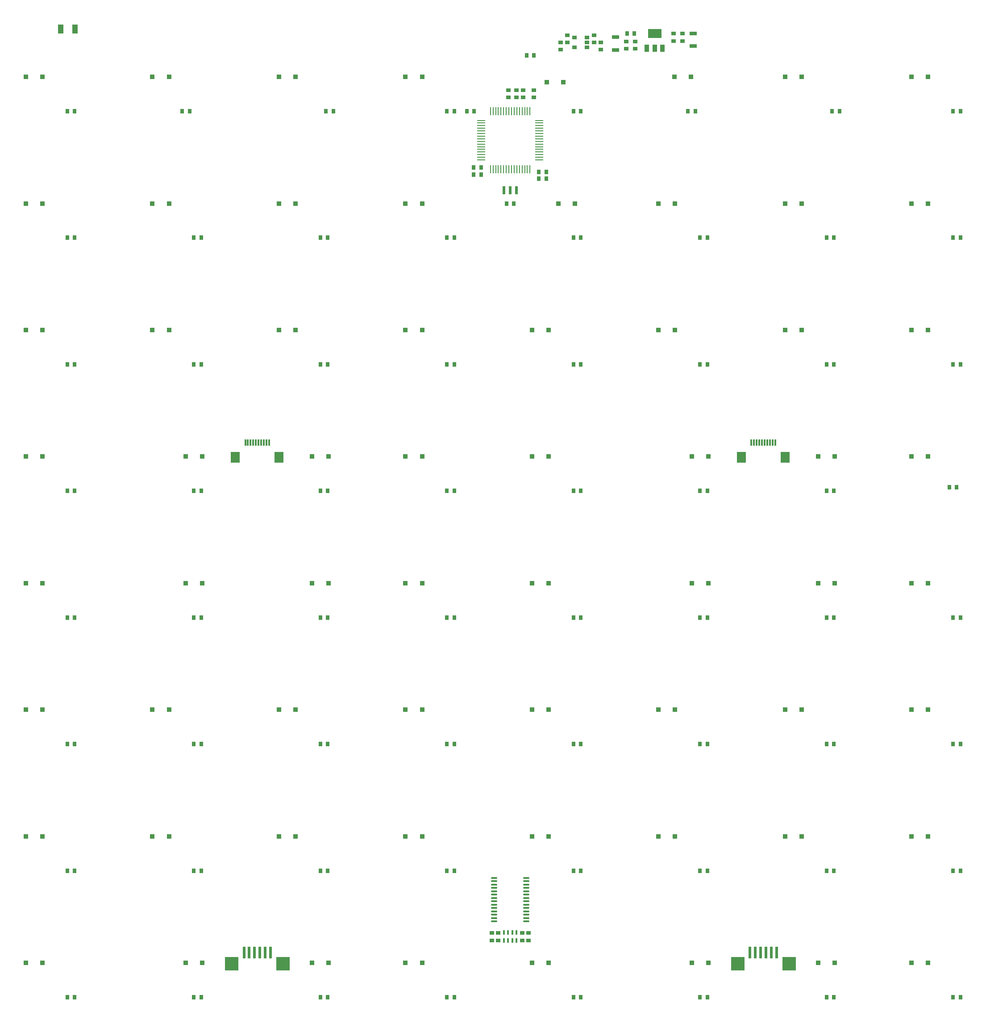
<source format=gbp>
G04*
G04 #@! TF.GenerationSoftware,Altium Limited,Altium Designer,18.1.5 (160)*
G04*
G04 Layer_Color=128*
%FSLAX25Y25*%
%MOIN*%
G70*
G01*
G75*
%ADD48R,0.03150X0.03543*%
%ADD49R,0.02362X0.06299*%
%ADD50R,0.03543X0.02559*%
%ADD51R,0.03543X0.03150*%
%ADD52R,0.10236X0.07087*%
%ADD53R,0.03543X0.05512*%
%ADD54R,0.07087X0.07874*%
%ADD55R,0.01181X0.04921*%
%ADD56O,0.05000X0.01299*%
%ADD57R,0.01772X0.03543*%
%ADD58R,0.04331X0.06693*%
%ADD59R,0.10236X0.10236*%
%ADD60R,0.02362X0.08661*%
%ADD61R,0.03543X0.03740*%
%ADD62R,0.05315X0.02559*%
%ADD63O,0.00984X0.06102*%
%ADD64O,0.06102X0.00984*%
D48*
X469685Y708661D02*
D03*
X475197D02*
D03*
X147244Y777559D02*
D03*
X141732D02*
D03*
X233071D02*
D03*
X227559D02*
D03*
X340307D02*
D03*
X334795D02*
D03*
X430709D02*
D03*
X425197D02*
D03*
X525197D02*
D03*
X519685D02*
D03*
X610630D02*
D03*
X605118D02*
D03*
X718260D02*
D03*
X712748D02*
D03*
X808661D02*
D03*
X803150D02*
D03*
X808661Y116142D02*
D03*
X803150D02*
D03*
X808661Y210630D02*
D03*
X803150D02*
D03*
X808661Y305118D02*
D03*
X803150D02*
D03*
X808661Y399606D02*
D03*
X803150D02*
D03*
X805906Y496850D02*
D03*
X800394D02*
D03*
X808661Y588583D02*
D03*
X803150D02*
D03*
X808661Y683071D02*
D03*
X803150D02*
D03*
X714173Y116142D02*
D03*
X708661D02*
D03*
X714173Y210630D02*
D03*
X708661D02*
D03*
X714173Y305118D02*
D03*
X708661D02*
D03*
X714173Y399606D02*
D03*
X708661D02*
D03*
X714173Y494095D02*
D03*
X708661D02*
D03*
X714173Y588583D02*
D03*
X708661D02*
D03*
X714173Y683071D02*
D03*
X708661D02*
D03*
X619685Y210630D02*
D03*
X614173D02*
D03*
X619685Y305118D02*
D03*
X614173D02*
D03*
X619685Y399606D02*
D03*
X614173D02*
D03*
X619685Y494095D02*
D03*
X614173D02*
D03*
X619685Y588583D02*
D03*
X614173D02*
D03*
X619685Y683071D02*
D03*
X614173D02*
D03*
X525197Y116142D02*
D03*
X519685D02*
D03*
X525197Y210630D02*
D03*
X519685D02*
D03*
X525197Y305118D02*
D03*
X519685D02*
D03*
X525197Y399606D02*
D03*
X519685D02*
D03*
X525197Y494095D02*
D03*
X519685D02*
D03*
X525197Y588583D02*
D03*
X519685D02*
D03*
X525197Y683071D02*
D03*
X519685D02*
D03*
X430709Y116142D02*
D03*
X425197D02*
D03*
X430709Y210630D02*
D03*
X425197D02*
D03*
X430709Y305118D02*
D03*
X425197D02*
D03*
X430709Y399606D02*
D03*
X425197D02*
D03*
X430709Y494095D02*
D03*
X425197D02*
D03*
X430709Y588583D02*
D03*
X425197D02*
D03*
X430709Y683071D02*
D03*
X425197D02*
D03*
X336220Y116142D02*
D03*
X330709D02*
D03*
X336220Y210630D02*
D03*
X330709D02*
D03*
X336220Y305118D02*
D03*
X330709D02*
D03*
X336220Y399606D02*
D03*
X330709D02*
D03*
X336220Y494095D02*
D03*
X330709D02*
D03*
X336220Y588583D02*
D03*
X330709D02*
D03*
X336220Y683071D02*
D03*
X330709D02*
D03*
X241732Y116142D02*
D03*
X236220D02*
D03*
X241732Y210630D02*
D03*
X236220D02*
D03*
X241732Y305118D02*
D03*
X236220D02*
D03*
X241732Y399606D02*
D03*
X236220D02*
D03*
X241732Y494095D02*
D03*
X236220D02*
D03*
X241732Y588583D02*
D03*
X236220D02*
D03*
X241732Y683071D02*
D03*
X236220D02*
D03*
X147244Y116142D02*
D03*
X141732D02*
D03*
X147244Y210630D02*
D03*
X141732D02*
D03*
X147244Y305118D02*
D03*
X141732D02*
D03*
X147244Y399606D02*
D03*
X141732D02*
D03*
X147244Y494095D02*
D03*
X141732D02*
D03*
X147244Y588583D02*
D03*
X141732D02*
D03*
X147244Y683071D02*
D03*
X141732D02*
D03*
X619685Y116142D02*
D03*
X614173D02*
D03*
X559646Y835630D02*
D03*
X565158D02*
D03*
X450689Y735433D02*
D03*
X445177D02*
D03*
X499331Y727165D02*
D03*
X493819D02*
D03*
X484646Y819319D02*
D03*
X490158D02*
D03*
X439961Y777559D02*
D03*
X445472D02*
D03*
X499331Y732283D02*
D03*
X493819D02*
D03*
X450689Y730315D02*
D03*
X445177D02*
D03*
D49*
X477165Y718504D02*
D03*
X467717D02*
D03*
X472441D02*
D03*
D50*
X529882Y832559D02*
D03*
Y828819D02*
D03*
Y825079D02*
D03*
X520433D02*
D03*
Y832559D02*
D03*
D51*
X535118Y828740D02*
D03*
Y834252D02*
D03*
X515197Y828740D02*
D03*
Y834252D02*
D03*
X510079Y828898D02*
D03*
Y823386D02*
D03*
X540236Y828898D02*
D03*
Y823386D02*
D03*
X601181Y829945D02*
D03*
Y835457D02*
D03*
X565748Y829527D02*
D03*
Y824016D02*
D03*
X471244Y793307D02*
D03*
Y787795D02*
D03*
X458661Y164173D02*
D03*
Y158661D02*
D03*
X463386Y164173D02*
D03*
Y158661D02*
D03*
X486221Y164173D02*
D03*
Y158661D02*
D03*
X481496Y164173D02*
D03*
Y158661D02*
D03*
X490158Y793307D02*
D03*
Y787795D02*
D03*
X559055Y829527D02*
D03*
Y824016D02*
D03*
X594488Y835457D02*
D03*
Y829945D02*
D03*
X477165Y787795D02*
D03*
Y793307D02*
D03*
X482087Y787795D02*
D03*
Y793307D02*
D03*
D52*
X580315Y835630D02*
D03*
D53*
Y824606D02*
D03*
X574409D02*
D03*
X586221D02*
D03*
D54*
X267126Y519291D02*
D03*
X299803D02*
D03*
X645079D02*
D03*
X677756D02*
D03*
D55*
X282480Y530020D02*
D03*
X284449D02*
D03*
X280512D02*
D03*
X278543D02*
D03*
X276575D02*
D03*
X274606D02*
D03*
X292323D02*
D03*
X290354D02*
D03*
X288386D02*
D03*
X286417D02*
D03*
X660433D02*
D03*
X662402D02*
D03*
X658465D02*
D03*
X656496D02*
D03*
X654528D02*
D03*
X652559D02*
D03*
X670276D02*
D03*
X668307D02*
D03*
X666339D02*
D03*
X664370D02*
D03*
D56*
X460433Y172726D02*
D03*
Y175226D02*
D03*
Y177726D02*
D03*
Y180226D02*
D03*
Y187726D02*
D03*
Y185226D02*
D03*
Y182726D02*
D03*
Y197726D02*
D03*
Y200226D02*
D03*
Y202726D02*
D03*
Y195226D02*
D03*
Y192726D02*
D03*
Y190226D02*
D03*
Y205226D02*
D03*
X484449D02*
D03*
Y190226D02*
D03*
Y192726D02*
D03*
Y195226D02*
D03*
Y202726D02*
D03*
Y200226D02*
D03*
Y197726D02*
D03*
Y182726D02*
D03*
Y185226D02*
D03*
Y187726D02*
D03*
Y180226D02*
D03*
Y177726D02*
D03*
Y175226D02*
D03*
Y172726D02*
D03*
D57*
X467717Y158465D02*
D03*
Y164370D02*
D03*
X470866Y158465D02*
D03*
Y164370D02*
D03*
X474016D02*
D03*
Y158465D02*
D03*
X477165D02*
D03*
Y164370D02*
D03*
D58*
X147362Y838976D02*
D03*
X136732D02*
D03*
D59*
X264567Y141142D02*
D03*
X302756D02*
D03*
X642520D02*
D03*
X680709D02*
D03*
D60*
X273622Y149606D02*
D03*
X277559D02*
D03*
X281496D02*
D03*
X285433D02*
D03*
X289370D02*
D03*
X293307D02*
D03*
X651575D02*
D03*
X655512D02*
D03*
X659449D02*
D03*
X663386D02*
D03*
X667323D02*
D03*
X671260D02*
D03*
D61*
X324508Y141732D02*
D03*
X336909D02*
D03*
X702461D02*
D03*
X714862D02*
D03*
X508366Y708661D02*
D03*
X520768D02*
D03*
X123130D02*
D03*
X110728D02*
D03*
X123130Y614173D02*
D03*
X110728D02*
D03*
X123130Y519685D02*
D03*
X110728D02*
D03*
X123130Y425197D02*
D03*
X110728D02*
D03*
X123130Y330709D02*
D03*
X110728D02*
D03*
X123130Y236221D02*
D03*
X110728D02*
D03*
X123130Y141732D02*
D03*
X110728D02*
D03*
X217618Y708661D02*
D03*
X205217D02*
D03*
X217618Y614173D02*
D03*
X205217D02*
D03*
X242421Y519685D02*
D03*
X230020D02*
D03*
X242421Y425197D02*
D03*
X230020D02*
D03*
X217618Y330709D02*
D03*
X205217D02*
D03*
X217618Y236221D02*
D03*
X205217D02*
D03*
X242421Y141732D02*
D03*
X230020D02*
D03*
X312106Y708661D02*
D03*
X299705D02*
D03*
X312106Y614173D02*
D03*
X299705D02*
D03*
X336909Y519685D02*
D03*
X324508D02*
D03*
X336909Y425197D02*
D03*
X324508D02*
D03*
X312106Y330709D02*
D03*
X299705D02*
D03*
X312106Y236221D02*
D03*
X299705D02*
D03*
X406594Y708661D02*
D03*
X394193D02*
D03*
X406594Y614173D02*
D03*
X394193D02*
D03*
X406594Y519685D02*
D03*
X394193D02*
D03*
X406594Y425197D02*
D03*
X394193D02*
D03*
X406594Y330709D02*
D03*
X394193D02*
D03*
X406594Y236221D02*
D03*
X394193D02*
D03*
X406594Y141732D02*
D03*
X394193D02*
D03*
X501083Y614173D02*
D03*
X488681D02*
D03*
X501083Y519685D02*
D03*
X488681D02*
D03*
X501083Y425197D02*
D03*
X488681D02*
D03*
X501083Y330709D02*
D03*
X488681D02*
D03*
X501083Y236221D02*
D03*
X488681D02*
D03*
X501083Y141732D02*
D03*
X488681D02*
D03*
X595571Y708661D02*
D03*
X583169D02*
D03*
X595571Y614173D02*
D03*
X583169D02*
D03*
X620374Y519685D02*
D03*
X607972D02*
D03*
X620374Y425197D02*
D03*
X607972D02*
D03*
X595571Y330709D02*
D03*
X583169D02*
D03*
X595571Y236221D02*
D03*
X583169D02*
D03*
X620374Y141732D02*
D03*
X607972D02*
D03*
X690059Y708661D02*
D03*
X677658D02*
D03*
X690059Y614173D02*
D03*
X677658D02*
D03*
X714862Y519685D02*
D03*
X702461D02*
D03*
X714862Y425197D02*
D03*
X702461D02*
D03*
X690059Y330709D02*
D03*
X677658D02*
D03*
X690059Y236221D02*
D03*
X677658D02*
D03*
X784547Y708661D02*
D03*
X772146D02*
D03*
X784547Y614173D02*
D03*
X772146D02*
D03*
X784547Y519685D02*
D03*
X772146D02*
D03*
X784547Y425197D02*
D03*
X772146D02*
D03*
X784547Y330709D02*
D03*
X772146D02*
D03*
X784547Y236221D02*
D03*
X772146D02*
D03*
X784547Y141732D02*
D03*
X772146D02*
D03*
X784547Y803150D02*
D03*
X772146D02*
D03*
X690059D02*
D03*
X677658D02*
D03*
X607382Y803150D02*
D03*
X594980D02*
D03*
X512106Y799213D02*
D03*
X499705D02*
D03*
X406595Y803150D02*
D03*
X394193D02*
D03*
X312106Y803150D02*
D03*
X299705D02*
D03*
X217618D02*
D03*
X205217D02*
D03*
X123130D02*
D03*
X110728D02*
D03*
D62*
X609055Y835457D02*
D03*
Y826008D02*
D03*
X551181Y832756D02*
D03*
Y823307D02*
D03*
D63*
X487205Y734154D02*
D03*
X485236D02*
D03*
X483268D02*
D03*
X481299D02*
D03*
X479331D02*
D03*
X477362D02*
D03*
X475394D02*
D03*
X473425D02*
D03*
X471457D02*
D03*
X469488D02*
D03*
X467520D02*
D03*
X465551D02*
D03*
X463583D02*
D03*
X461614D02*
D03*
X459646D02*
D03*
X457677D02*
D03*
Y777658D02*
D03*
X459646D02*
D03*
X461614D02*
D03*
X463583D02*
D03*
X465551D02*
D03*
X467520D02*
D03*
X469488D02*
D03*
X471457D02*
D03*
X473425D02*
D03*
X475394D02*
D03*
X477362D02*
D03*
X479331D02*
D03*
X481299D02*
D03*
X483268D02*
D03*
X485236D02*
D03*
X487205D02*
D03*
D64*
X450689Y741142D02*
D03*
Y743110D02*
D03*
Y745079D02*
D03*
Y747047D02*
D03*
Y749016D02*
D03*
Y750984D02*
D03*
Y752953D02*
D03*
Y754921D02*
D03*
Y756890D02*
D03*
Y758858D02*
D03*
Y760827D02*
D03*
Y762795D02*
D03*
Y764764D02*
D03*
Y766732D02*
D03*
Y768701D02*
D03*
Y770669D02*
D03*
X494193D02*
D03*
Y768701D02*
D03*
Y766732D02*
D03*
Y764764D02*
D03*
Y762795D02*
D03*
Y760827D02*
D03*
Y758858D02*
D03*
Y756890D02*
D03*
Y754921D02*
D03*
Y752953D02*
D03*
Y750984D02*
D03*
Y749016D02*
D03*
Y747047D02*
D03*
Y745079D02*
D03*
Y743110D02*
D03*
Y741142D02*
D03*
M02*

</source>
